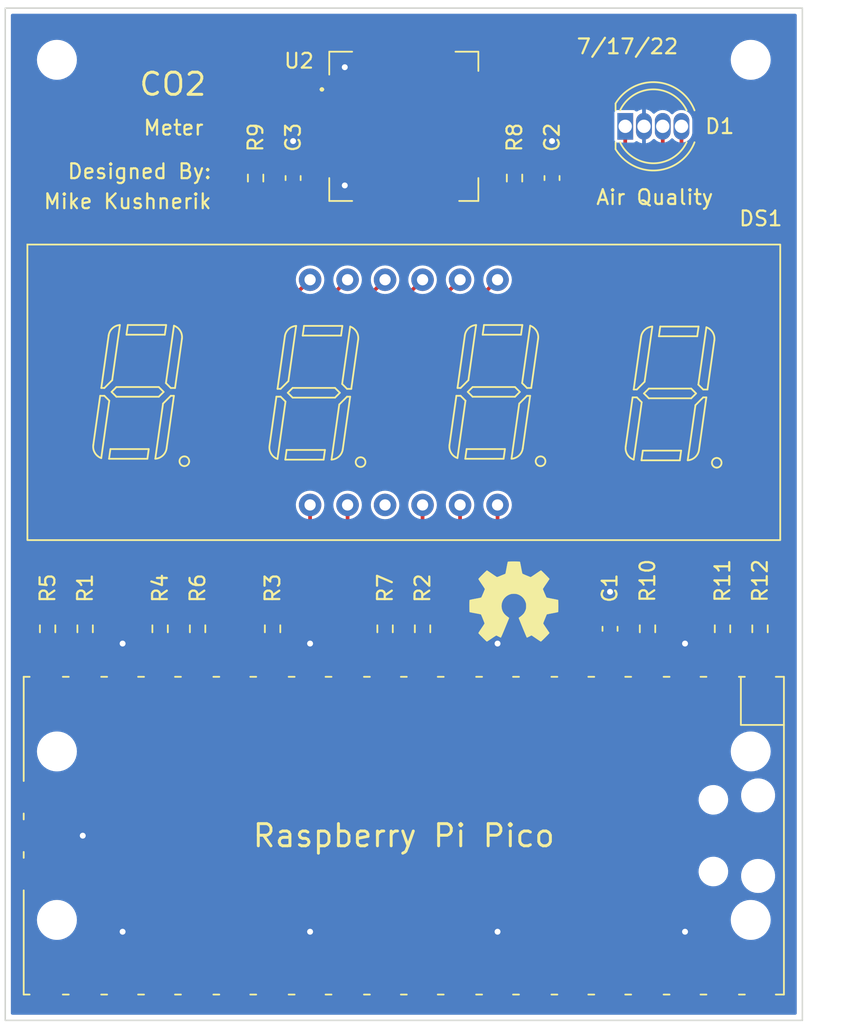
<source format=kicad_pcb>
(kicad_pcb (version 20211014) (generator pcbnew)
  (layers (0 "F.Cu" signal) (31 "B.Cu" signal) (34 "B.Paste" user) (35 "F.Paste" user) (36 "B.SilkS" user "B.Silkscreen") (37 "F.SilkS" user "F.Silkscreen") (38 "B.Mask" user) (39 "F.Mask" user) (44 "Edge.Cuts" user))
  (net 0 "")
  (net 1 "GND")
  (net 2 "+3V3")
  (net 3 "I2C0_SDA")
  (net 4 "I2C0_SCL")
  (net 34 "SEG_A")
  (net 35 "SEG_B")
  (net 36 "SEG_C")
  (net 37 "SEG_D")
  (net 38 "SEG_E")
  (net 39 "SEG_F")
  (net 40 "SEG_G")
  (net 41 "DIGIT_1")
  (net 42 "DIGIT_2")
  (net 43 "DIGIT_3")
  (net 44 "DIGIT_4")
  (net 45 "Net-(DS1-Pad1)")
  (net 46 "Net-(DS1-Pad2)")
  (net 48 "Net-(DS1-Pad4)")
  (net 49 "Net-(DS1-Pad5)")
  (net 50 "Net-(DS1-Pad7)")
  (net 51 "Net-(DS1-Pad10)")
  (net 52 "Net-(DS1-Pad11)")
  (net 53 "RUN")
  (net 54 "Net-(D1-Pad1)")
  (net 55 "Net-(D1-Pad3)")
  (net 56 "LED_R")
  (net 57 "LED_G")
  (net 58 "LED_B")
  (net 59 "Net-(D1-Pad4)")
  (footprint "Resistor_SMD:R_0603_1608Metric" (layer "F.Cu") (at 75.87 116 90)
    (fp_text reference "R5" (at 2.75 0 90) (layer "F.SilkS"))
    (fp_text value "1K")
    (pad "1" smd roundrect (at -0.825 0 90) (size 0.8 0.95) (layers "F.Cu" "F.Paste" "F.Mask") (net 38 "SEG_E"))
    (pad "2" smd roundrect (at 0.825 0 90) (size 0.8 0.95) (layers "F.Cu" "F.Paste" "F.Mask") (net 45 "Net-(DS1-Pad1)"))
  )
  (footprint "pico-scd4x-co2-monitor:5641AH" (layer "F.Cu") (at 100 100)
    (fp_text reference "DS1" (at 25.73 -11.7604 unlocked) (layer "F.SilkS") (effects (justify right)))
    (fp_text value "5641AH")
    (pad "1" thru_hole circle (at -6.35 7.62) (size 1.524 1.524) (drill 0.762) (layers *.Cu *.Mask) (net 45 "Net-(DS1-Pad1)"))
    (pad "2" thru_hole circle (at -3.81 7.62) (size 1.524 1.524) (drill 0.762) (layers *.Cu *.Mask) (net 46 "Net-(DS1-Pad2)"))
    (pad "3" thru_hole circle (at -1.27 7.62) (size 1.524 1.524) (drill 0.762) (layers *.Cu *.Mask))
    (pad "4" thru_hole circle (at 1.27 7.62) (size 1.524 1.524) (drill 0.762) (layers *.Cu *.Mask) (net 48 "Net-(DS1-Pad4)"))
    (pad "5" thru_hole circle (at 3.81 7.62) (size 1.524 1.524) (drill 0.762) (layers *.Cu *.Mask) (net 49 "Net-(DS1-Pad5)"))
    (pad "6" thru_hole circle (at 6.35 7.62) (size 1.524 1.524) (drill 0.762) (layers *.Cu *.Mask) (net 44 "DIGIT_4"))
    (pad "7" thru_hole circle (at 6.35 -7.62) (size 1.524 1.524) (drill 0.762) (layers *.Cu *.Mask) (net 50 "Net-(DS1-Pad7)"))
    (pad "8" thru_hole circle (at 3.81 -7.62) (size 1.524 1.524) (drill 0.762) (layers *.Cu *.Mask) (net 43 "DIGIT_3"))
    (pad "9" thru_hole circle (at 1.27 -7.62) (size 1.524 1.524) (drill 0.762) (layers *.Cu *.Mask) (net 42 "DIGIT_2"))
    (pad "10" thru_hole circle (at -1.27 -7.62) (size 1.524 1.524) (drill 0.762) (layers *.Cu *.Mask) (net 51 "Net-(DS1-Pad10)"))
    (pad "11" thru_hole circle (at -3.81 -7.62) (size 1.524 1.524) (drill 0.762) (layers *.Cu *.Mask) (net 52 "Net-(DS1-Pad11)"))
    (pad "12" thru_hole circle (at -6.35 -7.62) (size 1.524 1.524) (drill 0.762) (layers *.Cu *.Mask) (net 41 "DIGIT_1"))
  )
  (footprint "MountingHole:MountingHole_2.2mm_M2" (layer "F.Cu") (at 76.5 77.5)
    (fp_text reference "H1")
    (fp_text value "MT")
    (pad "" np_thru_hole circle (at 0 0) (size 2.2 2.2) (drill 2.2) (layers *.Cu *.Mask))
  )
  (footprint "LOGO" (layer "F.Cu") (at 84.4 78.35)
    (fp_text reference "G***")
    (fp_text value "LOGO" hide)
    (fp_poly (pts (xy -0.255823 -2.409984) (xy 0.046694 -2.305738) (xy 0.329669 -2.151913) (xy 0.585784 -1.950824) (xy 0.807718 -1.70479) (xy 0.937998 -1.508476) (xy 0.966877 -1.473519) (xy 1.009672 -1.46825) (xy 1.088622 -1.490022) (xy 1.089798 -1.49041) (xy 1.204893 -1.513849) (xy 1.360216 -1.526293) (xy 1.533431 -1.527597) (xy 1.702199 -1.51762) (xy 1.844182 -1.496217) (xy 1.848328 -1.495274) (xy 2.132581 -1.398237) (xy 2.388819 -1.248235) (xy 2.611237 -1.051795) (xy 2.79403 -0.815441) (xy 2.93139 -0.545699) (xy 3.017514 -0.249094) (xy 3.031155 -0.1658) (xy 3.04146 -0.090254) (xy 3.055347 -0.040592) (xy 3.084794 -0.009493) (xy 3.141778 0.010365) (xy 3.238277 0.026301) (xy 3.374558 0.044095) (xy 3.588863 0.101528) (xy 3.799562 0.21189) (xy 3.992411 0.365503) (xy 4.153169 0.552694) (xy 4.17809 0.589975) (xy 4.301492 0.83673) (xy 4.366499 1.091923) (xy 4.376129 1.347837) (xy 4.333399 1.596757) (xy 4.241326 1.830967) (xy 4.102927 2.042752) (xy 3.921218 2.224396) (xy 3.699218 2.368183) (xy 3.444875 2.46509) (xy 3.406788 2.472341) (xy 3.347812 2.478736) (xy 3.264484 2.484318) (xy 3.153342 2.489128) (xy 3.010923 2.493207) (xy 2.833767 2.496596) (xy 2.61841 2.499337) (xy 2.36139 2.501471) (xy 2.059247 2.503039) (xy 1.708517 2.504083) (xy 1.305738 2.504644) (xy 0.84745 2.504763) (xy 0.330188 2.504482) (xy 0.15875 2.504322) (xy -0.33088 2.503519) (xy -0.79329 2.502153) (xy -1.224833 2.500263) (xy -1.621863 2.497884) (xy -1.980732 2.495055) (xy -2.297792 2.491811) (xy -2.569396 2.48819) (xy -2.791897 2.48423) (xy -2.961648 2.479966) (xy -3.075001 2.475437) (xy -3.127053 2.470936) (xy -3.312781 2.417189) (xy -3.516271 2.328142) (xy -3.712742 2.215634) (xy -3.818737 2.140403) (xy -3.946218 2.018623) (xy -4.075501 1.857175) (xy -4.191625 1.677638) (xy -4.279631 1.50159) (xy -4.301078 1.444625) (xy -4.368351 1.148938) (xy -4.372451 0.980333) (xy -4.18832 0.980333) (xy -4.151425 1.248469) (xy -4.114353 1.372243) (xy -3.996126 1.62309) (xy -3.832486 1.84654) (xy -3.632817 2.034266) (xy -3.406508 2.177937) (xy -3.162942 2.269224) (xy -3.085012 2.285651) (xy -3.032817 2.289174) (xy -2.921655 2.292461) (xy -2.756056 2.295483) (xy -2.540553 2.298212) (xy -2.279678 2.30062) (xy -1.977962 2.302678) (xy -1.639938 2.304357) (xy -1.270136 2.30563) (xy -0.87309 2.306467) (xy -0.45333 2.30684) (xy -0.015389 2.306721) (xy 0.22225 2.306449) (xy 3.381375 2.301875) (xy 3.557448 2.219289) (xy 3.762778 2.100913) (xy 3.920744 1.955626) (xy 4.046254 1.76895) (xy 4.071285 1.720294) (xy 4.126151 1.600402) (xy 4.157515 1.501202) (xy 4.171623 1.394571) (xy 4.174723 1.254548) (xy 4.170419 1.107647) (xy 4.154451 0.997243) (xy 4.121415 0.89664) (xy 4.087025 0.821396) (xy 3.946998 0.603358) (xy 3.765376 0.431135) (xy 3.547902 0.308217) (xy 3.300319 0.238096) (xy 3.101334 0.22225) (xy 2.8713 0.22225) (xy 2.8356 -0.078016) (xy 2.798775 -0.299486) (xy 2.746715 -0.486203) (xy 2.719293 -0.55435) (xy 2.596025 -0.759696) (xy 2.426733 -0.951195) (xy 2.226575 -1.115889) (xy 2.010708 -1.240817) (xy 1.845851 -1.301093) (xy 1.658509 -1.33131) (xy 1.442608 -1.335769) (xy 1.227238 -1.315327) (xy 1.063059 -1.277993) (xy 0.871994 -1.217748) (xy 0.768285 -1.395303) (xy 0.570797 -1.678623) (xy 0.341716 -1.907093) (xy 0.081896 -2.080211) (xy -0.207812 -2.197474) (xy -0.526553 -2.258381) (xy -0.714375 -2.267678) (xy -1.028814 -2.238806) (xy -1.32277 -2.153588) (xy -1.591118 -2.017294) (xy -1.828734 -1.835192) (xy -2.030492 -1.612553) (xy -2.191265 -1.354646) (xy -2.30593 -1.06674) (xy -2.369359 -0.754104) (xy -2.380699 -0.554581) (xy -2.38125 -0.363037) (xy -2.605398 -0.394017) (xy -2.890619 -0.404918) (xy -3.160342 -0.361061) (xy -3.409495 -0.268384) (xy -3.633004 -0.132826) (xy -3.825795 0.039674) (xy -3.982796 0.243179) (xy -4.098933 0.471749) (xy -4.169132 0.719446) (xy -4.18832 0.980333) (xy -4.372451 0.980333) (xy -4.375637 0.849311) (xy -4.325095 0.554833) (xy -4.218889 0.274592) (xy -4.059178 0.017677) (xy -3.925537 -0.134666) (xy -3.685741 -0.3387) (xy -3.432274 -0.482651) (xy -3.157729 -0.569627) (xy -2.854699 -0.602737) (xy -2.808698 -0.603251) (xy -2.582737 -0.60325) (xy -2.542979 -0.865188) (xy -2.461026 -1.206381) (xy -2.324961 -1.517528) (xy -2.137941 -1.794271) (xy -1.90312 -2.032256) (xy -1.623652 -2.227127) (xy -1.51488 -2.284828) (xy -1.207408 -2.402072) (xy -0.890194 -2.460468) (xy -0.570558 -2.462333)) (layer "F.Cu") (width 0) (fill solid))
  )
  (footprint "Resistor_SMD:R_0603_1608Metric" (layer "F.Cu") (at 116.51 116 -90)
    (fp_text reference "R10" (at -3.25 0 90) (layer "F.SilkS"))
    (fp_text value "1K")
    (pad "1" smd roundrect (at -0.825 0 270) (size 0.8 0.95) (layers "F.Cu" "F.Paste" "F.Mask") (net 54 "Net-(D1-Pad1)"))
    (pad "2" smd roundrect (at 0.825 0 270) (size 0.8 0.95) (layers "F.Cu" "F.Paste" "F.Mask") (net 56 "LED_R"))
  )
  (footprint "pico-scd4x-co2-monitor:SCD41DR2" (layer "F.Cu") (at 100 82)
    (fp_text reference "U2" (at -7.1 -4.4284) (layer "F.SilkS"))
    (fp_text value "SCD41" hide)
    (pad "1" smd rect (at -4 -2.5 90) (size 0.8 1.5) (layers "F.Cu" "F.Paste" "F.Mask"))
    (pad "2" smd rect (at -4 -1.25 90) (size 0.8 1.5) (layers "F.Cu" "F.Paste" "F.Mask"))
    (pad "3" smd rect (at -4 0 90) (size 0.8 1.5) (layers "F.Cu" "F.Paste" "F.Mask"))
    (pad "4" smd rect (at -4 1.25 90) (size 0.8 1.5) (layers "F.Cu" "F.Paste" "F.Mask"))
    (pad "5" smd rect (at -4 2.5 90) (size 0.8 1.5) (layers "F.Cu" "F.Paste" "F.Mask"))
    (pad "6" smd rect (at -2.5 4) (size 0.8 1.5) (layers "F.Cu" "F.Paste" "F.Mask") (net 1 "GND"))
    (pad "7" smd rect (at -1.25 4) (size 0.8 1.5) (layers "F.Cu" "F.Paste" "F.Mask") (net 2 "+3V3"))
    (pad "8" smd rect (at 0 4) (size 0.8 1.5) (layers "F.Cu" "F.Paste" "F.Mask"))
    (pad "9" smd rect (at 1.25 4) (size 0.8 1.5) (layers "F.Cu" "F.Paste" "F.Mask") (net 4 "I2C0_SCL"))
    (pad "10" smd rect (at 2.5 4) (size 0.8 1.5) (layers "F.Cu" "F.Paste" "F.Mask") (net 3 "I2C0_SDA"))
    (pad "11" smd rect (at 4 2.5 90) (size 0.8 1.5) (layers "F.Cu" "F.Paste" "F.Mask"))
    (pad "12" smd rect (at 4 1.25 90) (size 0.8 1.5) (layers "F.Cu" "F.Paste" "F.Mask"))
    (pad "13" smd rect (at 4 0 90) (size 0.8 1.5) (layers "F.Cu" "F.Paste" "F.Mask"))
    (pad "14" smd rect (at 4 -1.25 90) (size 0.8 1.5) (layers "F.Cu" "F.Paste" "F.Mask"))
    (pad "15" smd rect (at 4 -2.5 90) (size 0.8 1.5) (layers "F.Cu" "F.Paste" "F.Mask"))
    (pad "16" smd rect (at 2.5 -4) (size 0.8 1.5) (layers "F.Cu" "F.Paste" "F.Mask"))
    (pad "17" smd rect (at 1.25 -4) (size 0.8 1.5) (layers "F.Cu" "F.Paste" "F.Mask"))
    (pad "18" smd rect (at 0 -4) (size 0.8 1.5) (layers "F.Cu" "F.Paste" "F.Mask"))
    (pad "19" smd rect (at -1.25 -4) (size 0.8 1.5) (layers "F.Cu" "F.Paste" "F.Mask") (net 2 "+3V3"))
    (pad "20" smd rect (at -2.5 -4) (size 0.8 1.5) (layers "F.Cu" "F.Paste" "F.Mask") (net 1 "GND"))
    (pad "21" smd rect (at 0 0 90) (size 4.8 4.8) (layers "F.Cu" "F.Paste" "F.Mask") (net 1 "GND"))
  )
  (footprint "pico-scd4x-co2-monitor:RPi_Pico_SMD" (layer "F.Cu") (at 100 130 -90)
    (fp_text reference "U1")
    (fp_text value "Raspberry Pi Pico" (at 0 0 180) (layer "F.SilkS") (effects (font (size 1.5 1.5) (thickness 0.2))))
    (pad "" np_thru_hole oval (at -2.725 -24 270) (size 1.8 1.8) (drill 1.8) (layers *.Cu *.Mask))
    (pad "" np_thru_hole oval (at -2.425 -20.97 270) (size 1.5 1.5) (drill 1.5) (layers *.Cu *.Mask))
    (pad "" np_thru_hole oval (at 2.425 -20.97 270) (size 1.5 1.5) (drill 1.5) (layers *.Cu *.Mask))
    (pad "" np_thru_hole oval (at 2.725 -24 270) (size 1.8 1.8) (drill 1.8) (layers *.Cu *.Mask))
    (pad "1" smd rect (at -8.89 -24.13 270) (size 3.5 1.7) (drill (offset -0.9 0)) (layers "F.Cu" "F.Paste" "F.Mask") (net 58 "LED_B"))
    (pad "2" smd rect (at -8.89 -21.59 270) (size 3.5 1.7) (drill (offset -0.9 0)) (layers "F.Cu" "F.Paste" "F.Mask") (net 57 "LED_G"))
    (pad "3" smd rect (at -8.89 -19.05 270) (size 3.5 1.7) (drill (offset -0.9 0)) (layers "F.Cu" "F.Paste" "F.Mask") (net 1 "GND"))
    (pad "4" smd rect (at -8.89 -16.51 270) (size 3.5 1.7) (drill (offset -0.9 0)) (layers "F.Cu" "F.Paste" "F.Mask") (net 56 "LED_R"))
    (pad "5" smd rect (at -8.89 -13.97 270) (size 3.5 1.7) (drill (offset -0.9 0)) (layers "F.Cu" "F.Paste" "F.Mask"))
    (pad "6" smd rect (at -8.89 -11.43 270) (size 3.5 1.7) (drill (offset -0.9 0)) (layers "F.Cu" "F.Paste" "F.Mask") (net 3 "I2C0_SDA"))
    (pad "7" smd rect (at -8.89 -8.89 270) (size 3.5 1.7) (drill (offset -0.9 0)) (layers "F.Cu" "F.Paste" "F.Mask") (net 4 "I2C0_SCL"))
    (pad "8" smd rect (at -8.89 -6.35 270) (size 3.5 1.7) (drill (offset -0.9 0)) (layers "F.Cu" "F.Paste" "F.Mask") (net 1 "GND"))
    (pad "9" smd rect (at -8.89 -3.81 270) (size 3.5 1.7) (drill (offset -0.9 0)) (layers "F.Cu" "F.Paste" "F.Mask") (net 44 "DIGIT_4"))
    (pad "10" smd rect (at -8.89 -1.27 270) (size 3.5 1.7) (drill (offset -0.9 0)) (layers "F.Cu" "F.Paste" "F.Mask") (net 35 "SEG_B"))
    (pad "11" smd rect (at -8.89 1.27 270) (size 3.5 1.7) (drill (offset -0.9 0)) (layers "F.Cu" "F.Paste" "F.Mask") (net 40 "SEG_G"))
    (pad "12" smd rect (at -8.89 3.81 270) (size 3.5 1.7) (drill (offset -0.9 0)) (layers "F.Cu" "F.Paste" "F.Mask") (net 43 "DIGIT_3"))
    (pad "13" smd rect (at -8.89 6.35 270) (size 3.5 1.7) (drill (offset -0.9 0)) (layers "F.Cu" "F.Paste" "F.Mask") (net 1 "GND"))
    (pad "14" smd rect (at -8.89 8.89 270) (size 3.5 1.7) (drill (offset -0.9 0)) (layers "F.Cu" "F.Paste" "F.Mask") (net 36 "SEG_C"))
    (pad "15" smd rect (at -8.89 11.43 270) (size 3.5 1.7) (drill (offset -0.9 0)) (layers "F.Cu" "F.Paste" "F.Mask") (net 42 "DIGIT_2"))
    (pad "16" smd rect (at -8.89 13.97 270) (size 3.5 1.7) (drill (offset -0.9 0)) (layers "F.Cu" "F.Paste" "F.Mask") (net 39 "SEG_F"))
    (pad "17" smd rect (at -8.89 16.51 270) (size 3.5 1.7) (drill (offset -0.9 0)) (layers "F.Cu" "F.Paste" "F.Mask") (net 37 "SEG_D"))
    (pad "18" smd rect (at -8.89 19.05 270) (size 3.5 1.7) (drill (offset -0.9 0)) (layers "F.Cu" "F.Paste" "F.Mask") (net 1 "GND"))
    (pad "19" smd rect (at -8.89 21.59 270) (size 3.5 1.7) (drill (offset -0.9 0)) (layers "F.Cu" "F.Paste" "F.Mask") (net 34 "SEG_A"))
    (pad "20" smd rect (at -8.89 24.13 270) (size 3.5 1.7) (drill (offset -0.9 0)) (layers "F.Cu" "F.Paste" "F.Mask") (net 38 "SEG_E"))
    (pad "21" smd rect (at 8.89 24.13 270) (size 3.5 1.7) (drill (offset 0.9 0)) (layers "F.Cu" "F.Paste" "F.Mask") (net 41 "DIGIT_1"))
    (pad "22" smd rect (at 8.89 21.59 270) (size 3.5 1.7) (drill (offset 0.9 0)) (layers "F.Cu" "F.Paste" "F.Mask"))
    (pad "23" smd rect (at 8.89 19.05 270) (size 3.5 1.7) (drill (offset 0.9 0)) (layers "F.Cu" "F.Paste" "F.Mask") (net 1 "GND"))
    (pad "24" smd rect (at 8.89 16.51 270) (size 3.5 1.7) (drill (offset 0.9 0)) (layers "F.Cu" "F.Paste" "F.Mask"))
    (pad "25" smd rect (at 8.89 13.97 270) (size 3.5 1.7) (drill (offset 0.9 0)) (layers "F.Cu" "F.Paste" "F.Mask"))
    (pad "26" smd rect (at 8.89 11.43 270) (size 3.5 1.7) (drill (offset 0.9 0)) (layers "F.Cu" "F.Paste" "F.Mask"))
    (pad "27" smd rect (at 8.89 8.89 270) (size 3.5 1.7) (drill (offset 0.9 0)) (layers "F.Cu" "F.Paste" "F.Mask"))
    (pad "28" smd rect (at 8.89 6.35 270) (size 3.5 1.7) (drill (offset 0.9 0)) (layers "F.Cu" "F.Paste" "F.Mask") (net 1 "GND"))
    (pad "29" smd rect (at 8.89 3.81 270) (size 3.5 1.7) (drill (offset 0.9 0)) (layers "F.Cu" "F.Paste" "F.Mask"))
    (pad "30" smd rect (at 8.89 1.27 270) (size 3.5 1.7) (drill (offset 0.9 0)) (layers "F.Cu" "F.Paste" "F.Mask") (net 53 "RUN"))
    (pad "31" smd rect (at 8.89 -1.27 270) (size 3.5 1.7) (drill (offset 0.9 0)) (layers "F.Cu" "F.Paste" "F.Mask"))
    (pad "32" smd rect (at 8.89 -3.81 270) (size 3.5 1.7) (drill (offset 0.9 0)) (layers "F.Cu" "F.Paste" "F.Mask"))
    (pad "33" smd rect (at 8.89 -6.35 270) (size 3.5 1.7) (drill (offset 0.9 0)) (layers "F.Cu" "F.Paste" "F.Mask") (net 1 "GND"))
    (pad "34" smd rect (at 8.89 -8.89 270) (size 3.5 1.7) (drill (offset 0.9 0)) (layers "F.Cu" "F.Paste" "F.Mask"))
    (pad "35" smd rect (at 8.89 -11.43 270) (size 3.5 1.7) (drill (offset 0.9 0)) (layers "F.Cu" "F.Paste" "F.Mask") (net 2 "+3V3"))
    (pad "36" smd rect (at 8.89 -13.97 270) (size 3.5 1.7) (drill (offset 0.9 0)) (layers "F.Cu" "F.Paste" "F.Mask") (net 2 "+3V3"))
    (pad "37" smd rect (at 8.89 -16.51 270) (size 3.5 1.7) (drill (offset 0.9 0)) (layers "F.Cu" "F.Paste" "F.Mask"))
    (pad "38" smd rect (at 8.89 -19.05 270) (size 3.5 1.7) (drill (offset 0.9 0)) (layers "F.Cu" "F.Paste" "F.Mask") (net 1 "GND"))
    (pad "39" smd rect (at 8.89 -21.59 270) (size 3.5 1.7) (drill (offset 0.9 0)) (layers "F.Cu" "F.Paste" "F.Mask"))
    (pad "40" smd rect (at 8.89 -24.13 270) (size 3.5 1.7) (drill (offset 0.9 0)) (layers "F.Cu" "F.Paste" "F.Mask"))
    (pad "41" smd rect (at -2.54 23.9) (size 3.5 1.7) (drill (offset -0.9 0)) (layers "F.Cu" "F.Paste" "F.Mask"))
    (pad "42" smd rect (at 0 23.9) (size 3.5 1.7) (drill (offset -0.9 0)) (layers "F.Cu" "F.Paste" "F.Mask") (net 1 "GND"))
    (pad "43" smd rect (at 2.54 23.9) (size 3.5 1.7) (drill (offset -0.9 0)) (layers "F.Cu" "F.Paste" "F.Mask"))
  )
  (footprint "Capacitor_SMD:C_0603_1608Metric" (layer "F.Cu") (at 110.04 85.5 90)
    (fp_text reference "C2" (at 2.75 0 90) (layer "F.SilkS"))
    (fp_text value "100nF")
    (pad "1" smd roundrect (at -0.775 0 90) (size 0.9 0.95) (layers "F.Cu" "F.Paste" "F.Mask") (net 2 "+3V3"))
    (pad "2" smd roundrect (at 0.775 0 90) (size 0.9 0.95) (layers "F.Cu" "F.Paste" "F.Mask") (net 1 "GND"))
  )
  (footprint "Resistor_SMD:R_0603_1608Metric" (layer "F.Cu") (at 83.49 116 90)
    (fp_text reference "R4" (at 2.75 0 90) (layer "F.SilkS"))
    (fp_text value "1K")
    (pad "1" smd roundrect (at -0.825 0 90) (size 0.8 0.95) (layers "F.Cu" "F.Paste" "F.Mask") (net 37 "SEG_D"))
    (pad "2" smd roundrect (at 0.825 0 90) (size 0.8 0.95) (layers "F.Cu" "F.Paste" "F.Mask") (net 46 "Net-(DS1-Pad2)"))
  )
  (footprint "MountingHole:MountingHole_2.2mm_M2" (layer "F.Cu") (at 123.5 135.7)
    (fp_text reference "H6")
    (fp_text value "MT")
    (pad "" np_thru_hole circle (at 0 0) (size 2.2 2.2) (drill 2.2) (layers *.Cu *.Mask))
  )
  (footprint "Resistor_SMD:R_0603_1608Metric" (layer "F.Cu") (at 91.11 116 90)
    (fp_text reference "R3" (at 2.75 0 90) (layer "F.SilkS"))
    (fp_text value "1K")
    (pad "1" smd roundrect (at -0.825 0 90) (size 0.8 0.95) (layers "F.Cu" "F.Paste" "F.Mask") (net 36 "SEG_C"))
    (pad "2" smd roundrect (at 0.825 0 90) (size 0.8 0.95) (layers "F.Cu" "F.Paste" "F.Mask") (net 48 "Net-(DS1-Pad4)"))
  )
  (footprint "Capacitor_SMD:C_0603_1608Metric" (layer "F.Cu") (at 92.5 85.5 90)
    (fp_text reference "C3" (at 2.75 0 90) (layer "F.SilkS"))
    (fp_text value "1uF")
    (pad "1" smd roundrect (at -0.775 0 90) (size 0.9 0.95) (layers "F.Cu" "F.Paste" "F.Mask") (net 2 "+3V3"))
    (pad "2" smd roundrect (at 0.775 0 90) (size 0.9 0.95) (layers "F.Cu" "F.Paste" "F.Mask") (net 1 "GND"))
  )
  (footprint "Resistor_SMD:R_0603_1608Metric" (layer "F.Cu") (at 78.41 116 90)
    (fp_text reference "R1" (at 2.75 0 90) (layer "F.SilkS"))
    (fp_text value "1K")
    (pad "1" smd roundrect (at -0.825 0 90) (size 0.8 0.95) (layers "F.Cu" "F.Paste" "F.Mask") (net 34 "SEG_A"))
    (pad "2" smd roundrect (at 0.825 0 90) (size 0.8 0.95) (layers "F.Cu" "F.Paste" "F.Mask") (net 52 "Net-(DS1-Pad11)"))
  )
  (footprint "Resistor_SMD:R_0603_1608Metric" (layer "F.Cu") (at 98.73 116 90)
    (fp_text reference "R7" (at 2.75 0 90) (layer "F.SilkS"))
    (fp_text value "1K")
    (pad "1" smd roundrect (at -0.825 0 90) (size 0.8 0.95) (layers "F.Cu" "F.Paste" "F.Mask") (net 40 "SEG_G"))
    (pad "2" smd roundrect (at 0.825 0 90) (size 0.8 0.95) (layers "F.Cu" "F.Paste" "F.Mask") (net 49 "Net-(DS1-Pad5)"))
  )
  (footprint "Resistor_SMD:R_0603_1608Metric" (layer "F.Cu") (at 86.03 116 90)
    (fp_text reference "R6" (at 2.75 0 90) (layer "F.SilkS"))
    (fp_text value "1K")
    (pad "1" smd roundrect (at -0.825 0 90) (size 0.8 0.95) (layers "F.Cu" "F.Paste" "F.Mask") (net 39 "SEG_F"))
    (pad "2" smd roundrect (at 0.825 0 90) (size 0.8 0.95) (layers "F.Cu" "F.Paste" "F.Mask") (net 51 "Net-(DS1-Pad10)"))
  )
  (footprint "MountingHole:MountingHole_2.2mm_M2" (layer "F.Cu") (at 76.5 135.7)
    (fp_text reference "H5")
    (fp_text value "MT")
    (pad "" np_thru_hole circle (at 0 0) (size 2.2 2.2) (drill 2.2) (layers *.Cu *.Mask))
  )
  (footprint "Resistor_SMD:R_0603_1608Metric" (layer "F.Cu") (at 124.13 116 -90)
    (fp_text reference "R12" (at -3.25 0 90) (layer "F.SilkS"))
    (fp_text value "1K")
    (pad "1" smd roundrect (at -0.825 0 270) (size 0.8 0.95) (layers "F.Cu" "F.Paste" "F.Mask") (net 59 "Net-(D1-Pad4)"))
    (pad "2" smd roundrect (at 0.825 0 270) (size 0.8 0.95) (layers "F.Cu" "F.Paste" "F.Mask") (net 58 "LED_B"))
  )
  (footprint "MountingHole:MountingHole_2.2mm_M2" (layer "F.Cu") (at 123.5 77.5)
    (fp_text reference "H2")
    (fp_text value "MT")
    (pad "" np_thru_hole circle (at 0 0) (size 2.2 2.2) (drill 2.2) (layers *.Cu *.Mask))
  )
  (footprint "ECG_Amplifier:OSHW" (layer "F.Cu") (at 107.45 114.15)
    (fp_text reference "G***" hide)
    (fp_text value "LOGO" hide)
  )
  (footprint "Capacitor_SMD:C_0603_1608Metric" (layer "F.Cu") (at 113.97 116 90)
    (fp_text reference "C1" (at 2.75 -0.02 90) (layer "F.SilkS"))
    (fp_text value "100nF")
    (pad "1" smd roundrect (at -0.775 0 90) (size 0.9 0.95) (layers "F.Cu" "F.Paste" "F.Mask") (net 2 "+3V3"))
    (pad "2" smd roundrect (at 0.775 0 90) (size 0.9 0.95) (layers "F.Cu" "F.Paste" "F.Mask") (net 1 "GND"))
  )
  (footprint "Resistor_SMD:R_0603_1608Metric" (layer "F.Cu") (at 107.5 85.5 -90)
    (fp_text reference "R8" (at -2.75 0 90) (layer "F.SilkS"))
    (fp_text value "10K")
    (pad "1" smd roundrect (at -0.825 0 270) (size 0.8 0.95) (layers "F.Cu" "F.Paste" "F.Mask") (net 2 "+3V3"))
    (pad "2" smd roundrect (at 0.825 0 270) (size 0.8 0.95) (layers "F.Cu" "F.Paste" "F.Mask") (net 3 "I2C0_SDA"))
  )
  (footprint "MountingHole:MountingHole_2.2mm_M2" (layer "F.Cu") (at 123.5 124.3)
    (fp_text reference "H4")
    (fp_text value "MT")
    (pad "" np_thru_hole circle (at 0 0) (size 2.2 2.2) (drill 2.2) (layers *.Cu *.Mask))
  )
  (footprint "Resistor_SMD:R_0603_1608Metric" (layer "F.Cu") (at 121.59 116 -90)
    (fp_text reference "R11" (at -3.25 0 90) (layer "F.SilkS"))
    (fp_text value "1K")
    (pad "1" smd roundrect (at -0.825 0 270) (size 0.8 0.95) (layers "F.Cu" "F.Paste" "F.Mask") (net 55 "Net-(D1-Pad3)"))
    (pad "2" smd roundrect (at 0.825 0 270) (size 0.8 0.95) (layers "F.Cu" "F.Paste" "F.Mask") (net 57 "LED_G"))
  )
  (footprint "Resistor_SMD:R_0603_1608Metric" (layer "F.Cu") (at 101.27 116 90)
    (fp_text reference "R2" (at 2.75 0 90) (layer "F.SilkS"))
    (fp_text value "1K")
    (pad "1" smd roundrect (at -0.825 0 90) (size 0.8 0.95) (layers "F.Cu" "F.Paste" "F.Mask") (net 35 "SEG_B"))
    (pad "2" smd roundrect (at 0.825 0 90) (size 0.8 0.95) (layers "F.Cu" "F.Paste" "F.Mask") (net 50 "Net-(DS1-Pad7)"))
  )
  (footprint "LED_THT:LED_D5.0mm-4_RGB" (layer "F.Cu") (at 115 82)
    (fp_text reference "D1" (at 6.4 0) (layer "F.SilkS"))
    (fp_text value "AIR_STAT")
    (pad "1" thru_hole rect (at 0 0) (size 1.07 1.8) (drill 0.9) (layers *.Cu *.Mask) (net 54 "Net-(D1-Pad1)"))
    (pad "2" thru_hole oval (at 1.27 0) (size 1.07 1.8) (drill 0.9) (layers *.Cu *.Mask) (net 1 "GND"))
    (pad "3" thru_hole oval (at 2.54 0) (size 1.07 1.8) (drill 0.9) (layers *.Cu *.Mask) (net 55 "Net-(D1-Pad3)"))
    (pad "4" thru_hole oval (at 3.81 0) (size 1.07 1.8) (drill 0.9) (layers *.Cu *.Mask) (net 59 "Net-(D1-Pad4)"))
  )
  (footprint "Resistor_SMD:R_0603_1608Metric" (layer "F.Cu") (at 89.96 85.5 -90)
    (fp_text reference "R9" (at -2.75 0 90) (layer "F.SilkS"))
    (fp_text value "10K")
    (pad "1" smd roundrect (at -0.825 0 270) (size 0.8 0.95) (layers "F.Cu" "F.Paste" "F.Mask") (net 2 "+3V3"))
    (pad "2" smd roundrect (at 0.825 0 270) (size 0.8 0.95) (layers "F.Cu" "F.Paste" "F.Mask") (net 4 "I2C0_SCL"))
  )
  (footprint "MountingHole:MountingHole_2.2mm_M2" (layer "F.Cu") (at 76.5 124.3)
    (fp_text reference "H3")
    (fp_text value "MT")
    (pad "" np_thru_hole circle (at 0 0) (size 2.2 2.2) (drill 2.2) (layers *.Cu *.Mask))
  )
  (gr_rect (start 73 74) (end 127 142.5) (layer "Edge.Cuts") (width 0.1) (fill none))
  (gr_text "Mike Kushnerik" (at 87.05 87.082) (layer "F.SilkS") (effects (font (size 1 1)) (justify right)))
  (gr_text "Meter" (at 84.4 82.1) (layer "F.SilkS") (effects (font (size 1 1))))
  (gr_text "Designed By:" (at 87.05 85.05) (layer "F.SilkS") (effects (font (size 1 1)) (justify right)))
  (gr_text "Air Quality" (at 117 86.8) (layer "F.SilkS") (effects (font (size 1 1))))
  (gr_text "CO2" (at 84.35 79.15) (layer "F.SilkS") (effects (font (size 1.5 1.5) (thickness 0.2))))
  (gr_text "7/17/22" (at 115.15 76.6) (layer "F.SilkS") (effects (font (size 1 1))))
  (segment (start 106.35 138.89) (end 106.35 136.5) (width 0.381) (layer "F.Cu") (net 1))
  (segment (start 80.95 136.5) (end 80.95 138.89) (width 0.381) (layer "F.Cu") (net 1))
  (segment (start 93.65 138.89) (end 93.65 136.5) (width 0.381) (layer "F.Cu") (net 1))
  (segment (start 76.1 130) (end 78.25 130) (width 0.381) (layer "F.Cu") (net 1))
  (segment (start 80.95 121.11) (end 80.95 117) (width 0.381) (layer "F.Cu") (net 1))
  (segment (start 119.05 121.11) (end 119.05 117) (width 0.381) (layer "F.Cu") (net 1))
  (segment (start 97.5 78) (end 97.5 79.5) (width 0.254) (layer "F.Cu") (net 1))
  (segment (start 113.97 115.225) (end 113.97 113.5) (width 0.381) (layer "F.Cu") (net 1))
  (segment (start 96 86) (end 97.5 86) (width 0.254) (layer "F.Cu") (net 1))
  (segment (start 97.5 84.5) (end 97.5 86) (width 0.254) (layer "F.Cu") (net 1))
  (segment (start 92.5 84.725) (end 92.5 83) (width 0.381) (layer "F.Cu") (net 1))
  (segment (start 93.65 121.11) (end 93.65 117) (width 0.381) (layer "F.Cu") (net 1))
  (segment (start 96 78) (end 97.5 78) (width 0.254) (layer "F.Cu") (net 1))
  (segment (start 97.5 79.5) (end 100 82) (width 0.254) (layer "F.Cu") (net 1))
  (segment (start 100 82) (end 97.5 84.5) (width 0.254) (layer "F.Cu") (net 1))
  (segment (start 110.04 84.725) (end 110.04 83) (width 0.381) (layer "F.Cu") (net 1))
  (segment (start 106.35 121.11) (end 106.35 117) (width 0.381) (layer "F.Cu") (net 1))
  (segment (start 119.05 138.89) (end 119.05 136.5) (width 0.381) (layer "F.Cu") (net 1))
  (via (at 96 78) (size 0.8) (drill 0.4) (layers "F.Cu" "B.Cu") (net 1))
  (via (at 80.95 136.5) (size 0.8) (drill 0.4) (layers "F.Cu" "B.Cu") (net 1))
  (via (at 106.35 117) (size 0.8) (drill 0.4) (layers "F.Cu" "B.Cu") (net 1))
  (via (at 93.65 117) (size 0.8) (drill 0.4) (layers "F.Cu" "B.Cu") (net 1))
  (via (at 93.65 136.5) (size 0.8) (drill 0.4) (layers "F.Cu" "B.Cu") (net 1))
  (via (at 106.35 136.5) (size 0.8) (drill 0.4) (layers "F.Cu" "B.Cu") (net 1))
  (via (at 110.04 83) (size 0.8) (drill 0.4) (layers "F.Cu" "B.Cu") (net 1))
  (via (at 119.05 136.5) (size 0.8) (drill 0.4) (layers "F.Cu" "B.Cu") (net 1))
  (via (at 113.97 113.5) (size 0.8) (drill 0.4) (layers "F.Cu" "B.Cu") (net 1))
  (via (at 119.05 117) (size 0.8) (drill 0.4) (layers "F.Cu" "B.Cu") (net 1))
  (via (at 96 86) (size 0.8) (drill 0.4) (layers "F.Cu" "B.Cu") (net 1))
  (via (at 78.25 130) (size 0.8) (drill 0.4) (layers "F.Cu" "B.Cu") (net 1))
  (via (at 80.95 117) (size 0.8) (drill 0.4) (layers "F.Cu" "B.Cu") (net 1))
  (via (at 92.5 83) (size 0.8) (drill 0.4) (layers "F.Cu" "B.Cu") (net 1))
  (segment (start 112.47 136.23) (end 111.43 137.27) (width 0.381) (layer "F.Cu") (net 2))
  (segment (start 125.9 121.8) (end 125.9 116.9) (width 0.381) (layer "F.Cu") (net 2))
  (segment (start 111.85 115.95) (end 111.85 90.65) (width 0.381) (layer "F.Cu") (net 2))
  (segment (start 94.1 86.226) (end 94.1 87.2) (width 0.381) (layer "F.Cu") (net 2))
  (segment (start 108.75 86.322) (end 108.75 84.544) (width 0.381) (layer "F.Cu") (net 2))
  (segment (start 108.797 86.275) (end 108.75 86.322) (width 0.381) (layer "F.Cu") (net 2))
  (segment (start 89.96 82.208) (end 90.754 81.414) (width 0.254) (layer "F.Cu") (net 2))
  (segment (start 94.051 86.275) (end 94.1 86.226) (width 0.381) (layer "F.Cu") (net 2))
  (segment (start 115.125 116.775) (end 113.97 116.775) (width 0.381) (layer "F.Cu") (net 2))
  (segment (start 108.619 84.675) (end 108.75 84.544) (width 0.254) (layer "F.Cu") (net 2))
  (segment (start 111.43 137.27) (end 111.43 138.89) (width 0.381) (layer "F.Cu") (net 2))
  (segment (start 98.756 76.15) (end 95.2 76.15) (width 0.381) (layer "F.Cu") (net 2))
  (segment (start 108.75 77.25) (end 107.65 76.15) (width 0.381) (layer "F.Cu") (net 2))
  (segment (start 108.75 84.544) (end 108.75 77.25) (width 0.381) (layer "F.Cu") (net 2))
  (segment (start 94.1 77.25) (end 94.1 81.414) (width 0.381) (layer "F.Cu") (net 2))
  (segment (start 113.97 136.23) (end 117.42 136.23) (width 0.381) (layer "F.Cu") (net 2))
  (segment (start 107.65 76.15) (end 98.756 76.15) (width 0.381) (layer "F.Cu") (net 2))
  (segment (start 111.85 90.65) (end 108.75 87.55) (width 0.381) (layer "F.Cu") (net 2))
  (segment (start 98.75 87.2) (end 98.75 86) (width 0.381) (layer "F.Cu") (net 2))
  (segment (start 90.754 81.414) (end 94.1 81.414) (width 0.254) (layer "F.Cu") (net 2))
  (segment (start 119.35 123.95) (end 120.65 122.65) (width 0.381) (layer "F.Cu") (net 2))
  (segment (start 112.675 116.775) (end 111.85 115.95) (width 0.381) (layer "F.Cu") (net 2))
  (segment (start 125.05 122.65) (end 125.9 121.8) (width 0.381) (layer "F.Cu") (net 2))
  (segment (start 98.75 78) (end 98.75 76.156) (width 0.381) (layer "F.Cu") (net 2))
  (segment (start 120.65 122.65) (end 125.05 122.65) (width 0.381) (layer "F.Cu") (net 2))
  (segment (start 110.04 86.275) (end 108.797 86.275) (width 0.381) (layer "F.Cu") (net 2))
  (segment (start 97.95 88) (end 98.75 87.2) (width 0.381) (layer "F.Cu") (net 2))
  (segment (start 115.9 116) (end 115.125 116.775) (width 0.381) (layer "F.Cu") (net 2))
  (segment (start 92.5 86.275) (end 94.051 86.275) (width 0.381) (layer "F.Cu") (net 2))
  (segment (start 98.75 76.156) (end 98.756 76.15) (width 0.381) (layer "F.Cu") (net 2))
  (segment (start 108.75 87.55) (end 108.75 86.322) (width 0.381) (layer "F.Cu") (net 2))
  (segment (start 95.2 76.15) (end 94.1 77.25) (width 0.381) (layer "F.Cu") (net 2))
  (segment (start 94.1 81.414) (end 94.1 86.226) (width 0.381) (layer "F.Cu") (net 2))
  (segment (start 117.42 136.23) (end 119.35 134.3) (width 0.381) (layer "F.Cu") (net 2))
  (segment (start 113.97 116.775) (end 112.675 116.775) (width 0.381) (layer "F.Cu") (net 2))
  (segment (start 119.35 134.3) (end 119.35 123.95) (width 0.381) (layer "F.Cu") (net 2))
  (segment (start 94.1 87.2) (end 94.9 88) (width 0.381) (layer "F.Cu") (net 2))
  (segment (start 125 116) (end 115.9 116) (width 0.381) (layer "F.Cu") (net 2))
  (segment (start 113.97 138.89) (end 113.97 136.23) (width 0.381) (layer "F.Cu") (net 2))
  (segment (start 113.97 136.23) (end 112.47 136.23) (width 0.381) (layer "F.Cu") (net 2))
  (segment (start 94.9 88) (end 97.95 88) (width 0.381) (layer "F.Cu") (net 2))
  (segment (start 107.5 84.675) (end 108.619 84.675) (width 0.254) (layer "F.Cu") (net 2))
  (segment (start 89.96 84.675) (end 89.96 82.208) (width 0.254) (layer "F.Cu") (net 2))
  (segment (start 125.9 116.9) (end 125 116) (width 0.381) (layer "F.Cu") (net 2))
  (segment (start 107.485 86.34) (end 107.5 86.325) (width 0.254) (layer "F.Cu") (net 3))
  (segment (start 103.19 88.16) (end 102.5 87.47) (width 0.254) (layer "F.Cu") (net 3))
  (segment (start 110.71 120.39) (end 110.71 91.385) (width 0.254) (layer "F.Cu") (net 3))
  (segment (start 110.71 91.385) (end 107.485 88.16) (width 0.254) (layer "F.Cu") (net 3))
  (segment (start 107.485 88.16) (end 103.19 88.16) (width 0.254) (layer "F.Cu") (net 3))
  (segment (start 107.485 88.16) (end 107.485 86.34) (width 0.254) (layer "F.Cu") (net 3))
  (segment (start 102.5 87.47) (end 102.5 86) (width 0.254) (layer "F.Cu") (net 3))
  (segment (start 111.43 121.11) (end 110.71 120.39) (width 0.254) (layer "F.Cu") (net 3))
  (segment (start 91.0668 89.2048) (end 89.96 88.098) (width 0.254) (layer "F.Cu") (net 4))
  (segment (start 108.89 121.11) (end 109.61 120.39) (width 0.254) (layer "F.Cu") (net 4))
  (segment (start 89.96 88.098) (end 89.96 86.325) (width 0.254) (layer "F.Cu") (net 4))
  (segment (start 101.25 89.2048) (end 91.0668 89.2048) (width 0.254) (layer "F.Cu") (net 4))
  (segment (start 109.61 91.91) (end 106.9048 89.2048) (width 0.254) (layer "F.Cu") (net 4))
  (segment (start 101.25 89.2048) (end 101.25 86) (width 0.254) (layer "F.Cu") (net 4))
  (segment (start 109.61 120.39) (end 109.61 91.91) (width 0.254) (layer "F.Cu") (net 4))
  (segment (start 106.9048 89.2048) (end 101.25 89.2048) (width 0.254) (layer "F.Cu") (net 4))
  (segment (start 78.41 121.11) (end 78.41 116.825) (width 0.254) (layer "F.Cu") (net 34))
  (segment (start 101.27 121.11) (end 101.27 116.825) (width 0.254) (layer "F.Cu") (net 35))
  (segment (start 91.11 121.11) (end 91.11 116.825) (width 0.254) (layer "F.Cu") (net 36))
  (segment (start 83.49 121.11) (end 83.49 116.825) (width 0.254) (layer "F.Cu") (net 37))
  (segment (start 75.87 121.11) (end 75.87 116.825) (width 0.254) (layer "F.Cu") (net 38))
  (segment (start 86.03 121.11) (end 86.03 116.825) (width 0.254) (layer "F.Cu") (net 39))
  (segment (start 98.73 121.11) (end 98.73 116.825) (width 0.254) (layer "F.Cu") (net 40))
  (segment (start 92.4052 93.6248) (end 93.65 92.38) (width 0.254) (layer "F.Cu") (net 41))
  (segment (start 75.87 138.89) (end 79.4 135.36) (width 0.254) (layer "F.Cu") (net 41))
  (segment (start 77.9 126) (end 74.8444 126) (width 0.254) (layer "F.Cu") (net 41))
  (segment (start 86.4362 110.998) (end 88.4174 109.0168) (width 0.254) (layer "F.Cu") (net 41))
  (segment (start 79.4 127.5) (end 77.9 126) (width 0.254) (layer "F.Cu") (net 41))
  (segment (start 92.4052 108.2548) (end 92.4052 93.6248) (width 0.254) (layer "F.Cu") (net 41))
  (segment (start 79.4 135.36) (end 79.4 127.5) (width 0.254) (layer "F.Cu") (net 41))
  (segment (start 88.4174 109.0168) (end 91.6432 109.0168) (width 0.254) (layer "F.Cu") (net 41))
  (segment (start 74.8444 126) (end 73.9648 125.1204) (width 0.254) (layer "F.Cu") (net 41))
  (segment (start 77.8764 113.0808) (end 79.9592 110.998) (width 0.254) (layer "F.Cu") (net 41))
  (segment (start 73.9648 125.1204) (end 73.9648 114.9604) (width 0.254) (layer "F.Cu") (net 41))
  (segment (start 79.9592 110.998) (end 86.4362 110.998) (width 0.254) (layer "F.Cu") (net 41))
  (segment (start 91.6432 109.0168) (end 92.4052 108.2548) (width 0.254) (layer "F.Cu") (net 41))
  (segment (start 73.9648 114.9604) (end 75.8444 113.0808) (width 0.254) (layer "F.Cu") (net 41))
  (segment (start 75.8444 113.0808) (end 77.8764 113.0808) (width 0.254) (layer "F.Cu") (net 41))
  (segment (start 100.0252 93.6248) (end 101.27 92.38) (width 0.254) (layer "F.Cu") (net 42))
  (segment (start 94.7928 113.9952) (end 100.0252 108.7628) (width 0.254) (layer "F.Cu") (net 42))
  (segment (start 88.57 121.11) (end 88.57 115.7476) (width 0.254) (layer "F.Cu") (net 42))
  (segment (start 88.57 115.7476) (end 90.3224 113.9952) (width 0.254) (layer "F.Cu") (net 42))
  (segment (start 90.3224 113.9952) (end 94.7928 113.9952) (width 0.254) (layer "F.Cu") (net 42))
  (segment (start 100.0252 108.7628) (end 100.0252 93.6248) (width 0.254) (layer "F.Cu") (net 42))
  (segment (start 102.5652 93.6248) (end 103.81 92.38) (width 0.254) (layer "F.Cu") (net 43))
  (segment (start 102.5652 109.2708) (end 102.5652 93.6248) (width 0.254) (layer "F.Cu") (net 43))
  (segment (start 96.19 121.11) (end 96.19 115.646) (width 0.254) (layer "F.Cu") (net 43))
  (segment (start 96.19 115.646) (end 102.5652 109.2708) (width 0.254) (layer "F.Cu") (net 43))
  (segment (start 103.81 112.7504) (end 106.35 110.2104) (width 0.254) (layer "F.Cu") (net 44))
  (segment (start 103.81 121.11) (end 103.81 112.7504) (width 0.254) (layer "F.Cu") (net 44))
  (segment (start 106.35 110.2104) (end 106.35 107.62) (width 0.254) (layer "F.Cu") (net 44))
  (segment (start 92.7608 109.982) (end 88.7984 109.982) (width 0.254) (layer "F.Cu") (net 45))
  (segment (start 77.0498 113.9952) (end 75.87 115.175) (width 0.254) (layer "F.Cu") (net 45))
  (segment (start 78.2828 113.9952) (end 77.0498 113.9952) (width 0.254) (layer "F.Cu") (net 45))
  (segment (start 93.65 109.0928) (end 92.7608 109.982) (width 0.254) (layer "F.Cu") (net 45))
  (segment (start 86.8172 111.9632) (end 80.3148 111.9632) (width 0.254) (layer "F.Cu") (net 45))
  (segment (start 88.7984 109.982) (end 86.8172 111.9632) (width 0.254) (layer "F.Cu") (net 45))
  (segment (start 93.65 107.62) (end 93.65 109.0928) (width 0.254) (layer "F.Cu") (net 45))
  (segment (start 80.3148 111.9632) (end 78.2828 113.9952) (width 0.254) (layer "F.Cu") (net 45))
  (segment (start 84.8222 113.8428) (end 83.49 115.175) (width 0.254) (layer "F.Cu") (net 46))
  (segment (start 93.8276 111.9632) (end 89.5604 111.9632) (width 0.254) (layer "F.Cu") (net 46))
  (segment (start 96.19 107.62) (end 96.19 109.6008) (width 0.254) (layer "F.Cu") (net 46))
  (segment (start 89.5604 111.9632) (end 87.6808 113.8428) (width 0.254) (layer "F.Cu") (net 46))
  (segment (start 96.19 109.6008) (end 93.8276 111.9632) (width 0.254) (layer "F.Cu") (net 46))
  (segment (start 87.6808 113.8428) (end 84.8222 113.8428) (width 0.254) (layer "F.Cu") (net 46))
  (segment (start 95.137 115.175) (end 101.27 109.042) (width 0.254) (layer "F.Cu") (net 48))
  (segment (start 101.27 109.042) (end 101.27 107.62) (width 0.254) (layer "F.Cu") (net 48))
  (segment (start 91.11 115.175) (end 95.137 115.175) (width 0.254) (layer "F.Cu") (net 48))
  (segment (start 98.73 115.175) (end 98.73 114.6808) (width 0.254) (layer "F.Cu") (net 49))
  (segment (start 98.73 114.6808) (end 103.81 109.6008) (width 0.254) (layer "F.Cu") (net 49))
  (segment (start 103.81 109.6008) (end 103.81 107.62) (width 0.254) (layer "F.Cu") (net 49))
  (segment (start 105.1052 109.8804) (end 105.1052 93.6248) (width 0.254) (layer "F.Cu") (net 50))
  (segment (start 101.27 115.175) (end 101.27 113.7156) (width 0.254) (layer "F.Cu") (net 50))
  (segment (start 101.27 113.7156) (end 105.1052 109.8804) (width 0.254) (layer "F.Cu") (net 50))
  (segment (start 105.1052 93.6248) (end 106.35 92.38) (width 0.254) (layer "F.Cu") (net 50))
  (segment (start 97.4852 109.8804) (end 97.4852 93.6248) (width 0.254) (layer "F.Cu") (net 51))
  (segment (start 94.3356 113.03) (end 97.4852 109.8804) (width 0.254) (layer "F.Cu") (net 51))
  (segment (start 86.03 115.175) (end 87.771 115.175) (width 0.254) (layer "F.Cu") (net 51))
  (segment (start 87.771 115.175) (end 89.916 113.03) (width 0.254) (layer "F.Cu") (net 51))
  (segment (start 97.4852 93.6248) (end 98.73 92.38) (width 0.254) (layer "F.Cu") (net 51))
  (segment (start 89.916 113.03) (end 94.3356 113.03) (width 0.254) (layer "F.Cu") (net 51))
  (segment (start 89.154 110.9472) (end 87.2236 112.8776) (width 0.254) (layer "F.Cu") (net 52))
  (segment (start 94.8944 93.6756) (end 94.8944 109.4232) (width 0.254) (layer "F.Cu") (net 52))
  (segment (start 96.19 92.38) (end 94.8944 93.6756) (width 0.254) (layer "F.Cu") (net 52))
  (segment (start 87.2236 112.8776) (end 80.7074 112.8776) (width 0.254) (layer "F.Cu") (net 52))
  (segment (start 94.8944 109.4232) (end 93.3704 110.9472) (width 0.254) (layer "F.Cu") (net 52))
  (segment (start 80.7074 112.8776) (end 78.41 115.175) (width 0.254) (layer "F.Cu") (net 52))
  (segment (start 93.3704 110.9472) (end 89.154 110.9472) (width 0.254) (layer "F.Cu") (net 52))
  (segment (start 115 83.55) (end 115 82) (width 0.254) (layer "F.Cu") (net 54))
  (segment (start 116.3 84.85) (end 115 83.55) (width 0.254) (layer "F.Cu") (net 54))
  (segment (start 116.3 114.965) (end 116.3 84.85) (width 0.254) (layer "F.Cu") (net 54))
  (segment (start 116.51 115.175) (end 116.3 114.965) (width 0.254) (layer "F.Cu") (net 54))
  (segment (start 121.59 115.175) (end 121.59 112.99) (width 0.254) (layer "F.Cu") (net 55))
  (segment (start 117.54 108.94) (end 117.54 82) (width 0.254) (layer "F.Cu") (net 55))
  (segment (start 121.59 112.99) (end 117.54 108.94) (width 0.254) (layer "F.Cu") (net 55))
  (segment (start 116.51 121.11) (end 116.51 116.825) (width 0.254) (layer "F.Cu") (net 56))
  (segment (start 121.59 121.11) (end 121.59 116.825) (width 0.254) (layer "F.Cu") (net 57))
  (segment (start 124.13 121.11) (end 124.13 116.825) (width 0.254) (layer "F.Cu") (net 58))
  (segment (start 124.13 113.83) (end 118.81 108.51) (width 0.254) (layer "F.Cu") (net 59))
  (segment (start 118.81 108.51) (end 118.81 82) (width 0.254) (layer "F.Cu") (net 59))
  (segment (start 124.13 115.175) (end 124.13 113.83) (width 0.254) (layer "F.Cu") (net 59))
  (zone (net 1) (net_name "GND") (layer "B.Cu") (connect_pads (clearance 0.2)) (min_thickness 0.2) (fill yes (thermal_gap 0.254) (thermal_bridge_width 0.254))
    (polygon (pts (xy 127.254 142.748) (xy 72.644 142.748) (xy 72.644 73.66) (xy 127.254 73.66)))
  )
)
</source>
